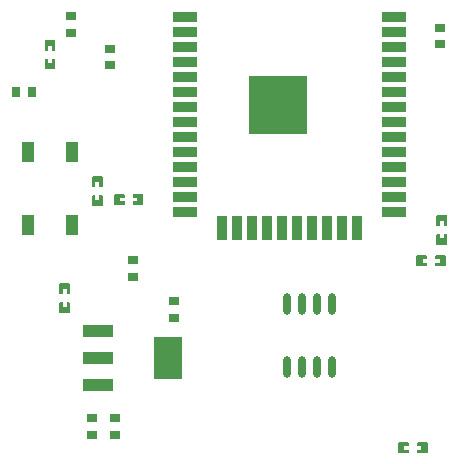
<source format=gtp>
G04 Layer: TopPasteMaskLayer*
G04 Panelize: , Column: 1, Row: 1, Board Size: 1.85inch x 1.54inch, Panelized Board Size: 1.85inch x 1.54inch*
G04 EasyEDA v6.5.48, 2025-03-06 20:58:06*
G04 bc0108e7a25f4f9495a06a5a4f8deb47,84066bfdb5964fb78f634a0d0c1972bb,10*
G04 Gerber Generator version 0.2*
G04 Scale: 100 percent, Rotated: No, Reflected: No *
G04 Dimensions in inches *
G04 leading zeros omitted , absolute positions ,3 integer and 6 decimal *
%FSLAX36Y36*%
%MOIN*%

%AMMACRO1*21,1,$1,$2,0,0,$3*%
%ADD10R,0.0354X0.0315*%
%ADD11R,0.0787X0.0354*%
%ADD12R,0.0354X0.0787*%
%ADD13R,0.1968X0.1968*%
%ADD14O,0.024803000000000002X0.073425*%
%ADD15R,0.0315X0.0354*%
%ADD16R,0.0433X0.0709*%
%ADD17R,0.0984X0.0433*%
%ADD18MACRO1,0.1417X0.0921X90.0000*%

%LPD*%
G36*
X1485560Y67720D02*
G01*
X1483580Y65740D01*
X1483580Y56780D01*
X1498140Y56780D01*
X1498140Y43780D01*
X1483580Y43780D01*
X1483580Y34260D01*
X1485560Y32280D01*
X1517040Y32280D01*
X1519019Y34260D01*
X1519019Y65740D01*
X1517040Y67720D01*
G37*
G36*
X1422960Y67720D02*
G01*
X1420980Y65740D01*
X1420980Y34260D01*
X1422960Y32280D01*
X1454060Y32280D01*
X1456020Y34260D01*
X1456020Y43780D01*
X1441060Y43780D01*
X1441060Y56780D01*
X1456020Y56780D01*
X1456020Y65740D01*
X1454060Y67720D01*
G37*
G36*
X244259Y1409019D02*
G01*
X242280Y1407040D01*
X242280Y1375560D01*
X244259Y1373580D01*
X253220Y1373580D01*
X253220Y1388160D01*
X266220Y1388160D01*
X266220Y1373580D01*
X275740Y1373580D01*
X277720Y1375560D01*
X277720Y1407040D01*
X275740Y1409019D01*
G37*
G36*
X244259Y1346020D02*
G01*
X242280Y1344060D01*
X242280Y1312960D01*
X244259Y1310980D01*
X275740Y1310980D01*
X277720Y1312960D01*
X277720Y1344060D01*
X275740Y1346020D01*
X266220Y1346020D01*
X266220Y1331060D01*
X253220Y1331060D01*
X253220Y1346020D01*
G37*
G36*
X1550460Y762060D02*
G01*
X1548500Y760080D01*
X1548500Y728580D01*
X1550460Y726620D01*
X1581960Y726620D01*
X1583920Y728580D01*
X1583920Y760080D01*
X1581960Y762060D01*
X1572980Y762060D01*
X1572980Y747480D01*
X1560000Y747480D01*
X1560000Y762060D01*
G37*
G36*
X1550460Y824659D02*
G01*
X1548500Y822680D01*
X1548500Y791580D01*
X1550460Y789620D01*
X1560000Y789620D01*
X1560000Y804580D01*
X1572980Y804580D01*
X1572980Y789620D01*
X1581960Y789620D01*
X1583920Y791580D01*
X1583920Y822680D01*
X1581960Y824659D01*
G37*
G36*
X538360Y894460D02*
G01*
X536400Y892500D01*
X536400Y883520D01*
X550960Y883520D01*
X550960Y870540D01*
X536400Y870540D01*
X536400Y861000D01*
X538360Y859040D01*
X569860Y859040D01*
X571820Y861000D01*
X571820Y892500D01*
X569860Y894460D01*
G37*
G36*
X475760Y894460D02*
G01*
X473800Y892500D01*
X473800Y861000D01*
X475760Y859040D01*
X506860Y859040D01*
X508840Y861000D01*
X508840Y870540D01*
X493880Y870540D01*
X493880Y883520D01*
X508840Y883520D01*
X508840Y892500D01*
X506860Y894460D01*
G37*
G36*
X402600Y954720D02*
G01*
X400620Y952740D01*
X400620Y921240D01*
X402600Y919280D01*
X411580Y919280D01*
X411580Y933840D01*
X424560Y933840D01*
X424560Y919280D01*
X434099Y919280D01*
X436060Y921240D01*
X436060Y952740D01*
X434099Y954720D01*
G37*
G36*
X402600Y891720D02*
G01*
X400620Y889760D01*
X400620Y858640D01*
X402600Y856680D01*
X434099Y856680D01*
X436060Y858640D01*
X436060Y889760D01*
X434099Y891720D01*
X424560Y891720D01*
X424560Y876760D01*
X411580Y876760D01*
X411580Y891720D01*
G37*
G36*
X1483360Y691260D02*
G01*
X1481399Y689300D01*
X1481399Y657800D01*
X1483360Y655840D01*
X1514860Y655840D01*
X1516819Y657800D01*
X1516819Y666780D01*
X1502260Y666780D01*
X1502260Y679780D01*
X1516819Y679780D01*
X1516819Y689300D01*
X1514860Y691260D01*
G37*
G36*
X1546360Y691260D02*
G01*
X1544379Y689300D01*
X1544379Y679780D01*
X1559340Y679780D01*
X1559340Y666780D01*
X1544379Y666780D01*
X1544379Y657800D01*
X1546360Y655840D01*
X1577460Y655840D01*
X1579420Y657800D01*
X1579420Y689300D01*
X1577460Y691260D01*
G37*
G36*
X292860Y534760D02*
G01*
X290900Y532780D01*
X290900Y501300D01*
X292860Y499320D01*
X324360Y499320D01*
X326320Y501300D01*
X326320Y532780D01*
X324360Y534760D01*
X315380Y534760D01*
X315380Y520180D01*
X302380Y520180D01*
X302380Y534760D01*
G37*
G36*
X292860Y597360D02*
G01*
X290900Y595380D01*
X290900Y564280D01*
X292860Y562320D01*
X302380Y562320D01*
X302380Y577280D01*
X315380Y577280D01*
X315380Y562320D01*
X324360Y562320D01*
X326320Y564280D01*
X326320Y595380D01*
X324360Y597360D01*
G37*
D10*
G01*
X1561109Y1449189D03*
G01*
X1561109Y1394079D03*
G01*
X461449Y1324470D03*
G01*
X461449Y1379589D03*
D11*
G01*
X1406809Y1186849D03*
G01*
X1406809Y1136849D03*
G01*
X1406809Y1086849D03*
G01*
X1406809Y1036849D03*
G01*
X1406809Y986849D03*
G01*
X1406809Y936849D03*
G01*
X1406809Y886849D03*
G01*
X1406809Y836849D03*
D12*
G01*
X1283379Y783699D03*
G01*
X1233379Y783699D03*
G01*
X1183379Y783699D03*
G01*
X1133379Y783699D03*
G01*
X1083379Y783699D03*
G01*
X1033379Y783699D03*
G01*
X983379Y783699D03*
G01*
X933379Y783699D03*
G01*
X883379Y783699D03*
G01*
X833379Y783699D03*
D11*
G01*
X709960Y836849D03*
G01*
X709960Y886849D03*
G01*
X709960Y936849D03*
G01*
X709960Y986849D03*
G01*
X709960Y1036849D03*
G01*
X709960Y1086849D03*
G01*
X709960Y1136849D03*
G01*
X709960Y1186849D03*
G01*
X709960Y1236849D03*
G01*
X709960Y1286849D03*
G01*
X709960Y1336849D03*
G01*
X709960Y1386849D03*
G01*
X709960Y1436849D03*
G01*
X709960Y1486849D03*
G01*
X1406809Y1236849D03*
G01*
X1406809Y1286849D03*
G01*
X1406809Y1336849D03*
G01*
X1406809Y1386849D03*
G01*
X1406809Y1436849D03*
G01*
X1406809Y1486849D03*
D13*
G01*
X1019009Y1191570D03*
D14*
G01*
X1199809Y529949D03*
G01*
X1149809Y529949D03*
G01*
X1099809Y529949D03*
G01*
X1049809Y529949D03*
G01*
X1199809Y318730D03*
G01*
X1149809Y318730D03*
G01*
X1099809Y318730D03*
G01*
X1049809Y318730D03*
D10*
G01*
X400410Y148090D03*
G01*
X400410Y92979D03*
G01*
X535410Y619279D03*
G01*
X535410Y674389D03*
D15*
G01*
X200869Y1234040D03*
G01*
X145749Y1234040D03*
D10*
G01*
X330000Y1432440D03*
G01*
X330000Y1487559D03*
D16*
G01*
X332449Y1036179D03*
G01*
X332449Y792089D03*
G01*
X186779Y1036179D03*
G01*
X186779Y792089D03*
D17*
G01*
X418780Y440079D03*
G01*
X418780Y349529D03*
G01*
X418780Y258989D03*
D18*
G01*
X652640Y349535D03*
D10*
G01*
X475810Y147890D03*
G01*
X475810Y92779D03*
G01*
X673110Y482779D03*
G01*
X673110Y537890D03*
M02*

</source>
